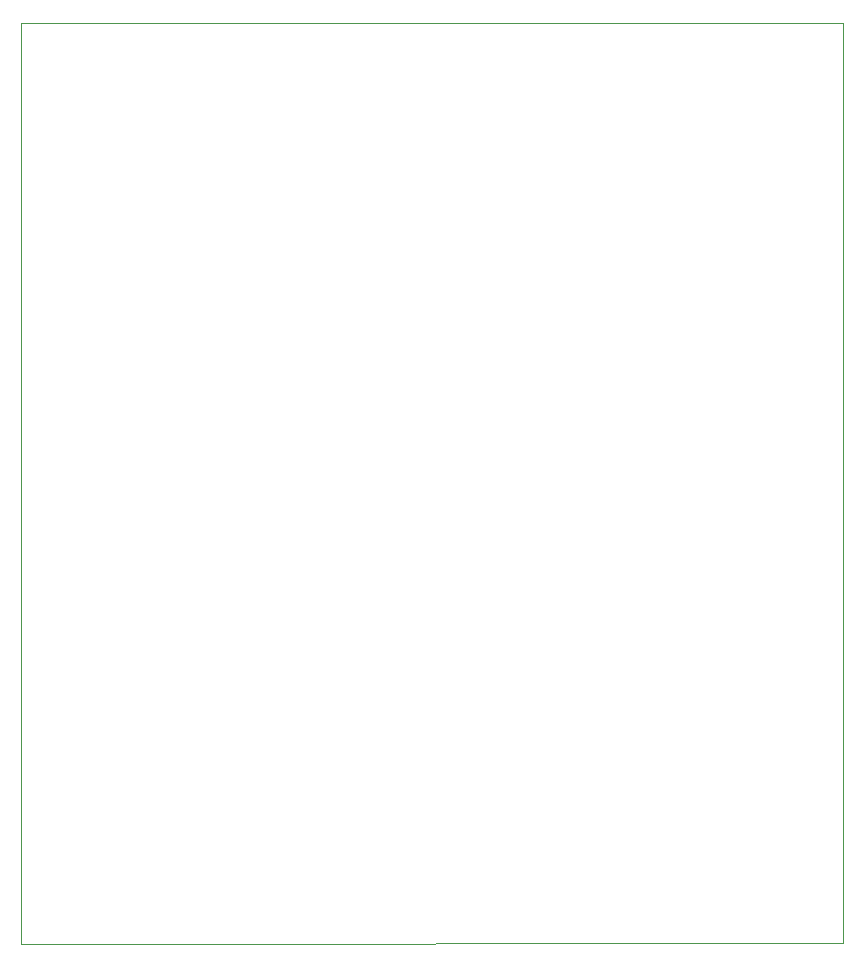
<source format=gbr>
%TF.GenerationSoftware,KiCad,Pcbnew,9.0.6*%
%TF.CreationDate,2026-01-04T04:22:01+01:00*%
%TF.ProjectId,MTR_Reflow_Oven,4d54525f-5265-4666-9c6f-775f4f76656e,rev?*%
%TF.SameCoordinates,Original*%
%TF.FileFunction,Profile,NP*%
%FSLAX46Y46*%
G04 Gerber Fmt 4.6, Leading zero omitted, Abs format (unit mm)*
G04 Created by KiCad (PCBNEW 9.0.6) date 2026-01-04 04:22:01*
%MOMM*%
%LPD*%
G01*
G04 APERTURE LIST*
%TA.AperFunction,Profile*%
%ADD10C,0.050000*%
%TD*%
G04 APERTURE END LIST*
D10*
X177700000Y-48100000D02*
X177600000Y-48100000D01*
X108100000Y-126050000D02*
X108100000Y-48100000D01*
X108100000Y-126050000D02*
X177691034Y-126025104D01*
X177691034Y-126025104D02*
X177700000Y-48100000D01*
X108100000Y-48100000D02*
X177600000Y-48100000D01*
M02*

</source>
